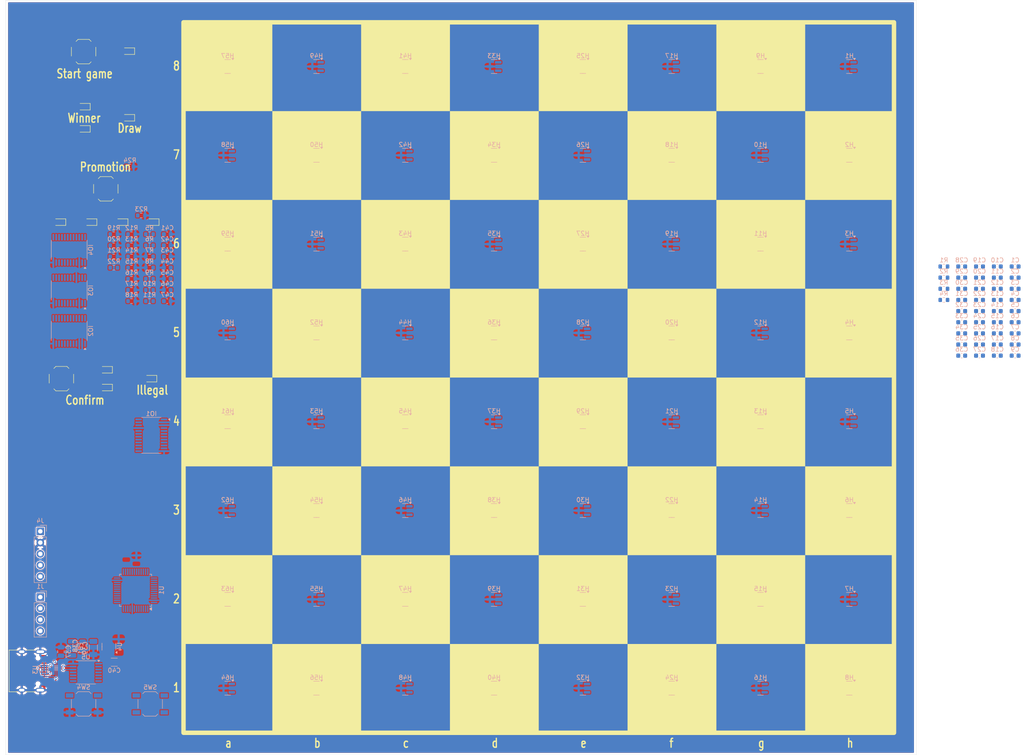
<source format=kicad_pcb>
(kicad_pcb (version 20241229) (generator "pcbnew") (generator_version "9.0")
  (layers (0 "F.Cu" signal) (2 "B.Cu" signal) (13 "F.Paste" user) (15 "B.Paste" user) (5 "F.SilkS" user "F.Silkscreen") (7 "B.SilkS" user "B.Silkscreen") (1 "F.Mask" user) (3 "B.Mask" user) (25 "Edge.Cuts" user))
  (net 0 "")
  (net 1 "GND")
  (net 2 "Net-(U4-VI)")
  (net 3 "Net-(U3-VBUS)")
  (net 4 "/3V3")
  (net 5 "Net-(U1-PB0)")
  (net 6 "Net-(U1-PB1)")
  (net 7 "Net-(U1-PB2)")
  (net 8 "/RST")
  (net 9 "Net-(D1-K)")
  (net 10 "Net-(D1-A)")
  (net 11 "Net-(D2-A)")
  (net 12 "Net-(D2-K)")
  (net 13 "Net-(D3-K)")
  (net 14 "Net-(D3-A)")
  (net 15 "Net-(D4-K)")
  (net 16 "Net-(D4-A)")
  (net 17 "Net-(D5-K)")
  (net 18 "Net-(D5-A)")
  (net 19 "Net-(D6-K)")
  (net 20 "Net-(D6-A)")
  (net 21 "Net-(D7-K)")
  (net 22 "Net-(D7-A)")
  (net 23 "Net-(D9-A)")
  (net 24 "Net-(D9-K)")
  (net 25 "Net-(D10-A)")
  (net 26 "Net-(D10-K)")
  (net 27 "Net-(H1-OUTPUT)")
  (net 28 "Net-(H2-OUTPUT)")
  (net 29 "Net-(H3-OUTPUT)")
  (net 30 "Net-(H4-OUTPUT)")
  (net 31 "Net-(H5-OUTPUT)")
  (net 32 "Net-(H6-OUTPUT)")
  (net 33 "Net-(H7-OUTPUT)")
  (net 34 "Net-(H8-OUTPUT)")
  (net 35 "Net-(H9-OUTPUT)")
  (net 36 "Net-(H10-OUTPUT)")
  (net 37 "Net-(H11-OUTPUT)")
  (net 38 "Net-(H12-OUTPUT)")
  (net 39 "Net-(H13-OUTPUT)")
  (net 40 "Net-(H14-OUTPUT)")
  (net 41 "Net-(H15-OUTPUT)")
  (net 42 "Net-(H16-OUTPUT)")
  (net 43 "Net-(H17-OUTPUT)")
  (net 44 "Net-(H18-OUTPUT)")
  (net 45 "Net-(H19-OUTPUT)")
  (net 46 "Net-(H20-OUTPUT)")
  (net 47 "Net-(H21-OUTPUT)")
  (net 48 "Net-(H22-OUTPUT)")
  (net 49 "Net-(H23-OUTPUT)")
  (net 50 "Net-(H24-OUTPUT)")
  (net 51 "Net-(H25-OUTPUT)")
  (net 52 "Net-(H26-OUTPUT)")
  (net 53 "Net-(H27-OUTPUT)")
  (net 54 "Net-(H28-OUTPUT)")
  (net 55 "Net-(H29-OUTPUT)")
  (net 56 "Net-(H30-OUTPUT)")
  (net 57 "Net-(H31-OUTPUT)")
  (net 58 "Net-(H32-OUTPUT)")
  (net 59 "Net-(H33-OUTPUT)")
  (net 60 "Net-(H34-OUTPUT)")
  (net 61 "Net-(H35-OUTPUT)")
  (net 62 "Net-(H36-OUTPUT)")
  (net 63 "Net-(H37-OUTPUT)")
  (net 64 "Net-(H38-OUTPUT)")
  (net 65 "Net-(H39-OUTPUT)")
  (net 66 "Net-(H40-OUTPUT)")
  (net 67 "Net-(H41-OUTPUT)")
  (net 68 "Net-(H42-OUTPUT)")
  (net 69 "Net-(H43-OUTPUT)")
  (net 70 "Net-(H44-OUTPUT)")
  (net 71 "Net-(H45-OUTPUT)")
  (net 72 "Net-(H46-OUTPUT)")
  (net 73 "Net-(H47-OUTPUT)")
  (net 74 "Net-(H48-OUTPUT)")
  (net 75 "Net-(H49-OUTPUT)")
  (net 76 "Net-(H50-OUTPUT)")
  (net 77 "Net-(H51-OUTPUT)")
  (net 78 "Net-(H52-OUTPUT)")
  (net 79 "Net-(H53-OUTPUT)")
  (net 80 "Net-(H54-OUTPUT)")
  (net 81 "Net-(H55-OUTPUT)")
  (net 82 "Net-(H56-OUTPUT)")
  (net 83 "Net-(H57-OUTPUT)")
  (net 84 "Net-(H58-OUTPUT)")
  (net 85 "Net-(H59-OUTPUT)")
  (net 86 "Net-(H60-OUTPUT)")
  (net 87 "Net-(H61-OUTPUT)")
  (net 88 "Net-(H62-OUTPUT)")
  (net 89 "Net-(H63-OUTPUT)")
  (net 90 "Net-(H64-OUTPUT)")
  (net 91 "/16_HallSwitches/IO1_INT")
  (net 92 "/16_HallSwitches/IO2_INT")
  (net 93 "/16_HallSwitches/IO3_INT")
  (net 94 "/16_HallSwitches/IO4_INT")
  (net 95 "/SPI_MOSI")
  (net 96 "/SPI_SCLK")
  (net 97 "/SPI_MISO")
  (net 98 "/SPI_CS")
  (net 99 "/USB_N")
  (net 101 "Net-(J3-CC1)")
  (net 102 "/USB_P")
  (net 103 "Net-(J3-CC2)")
  (net 105 "/SWDIO")
  (net 106 "/SWCLK")
  (net 107 "/SDA")
  (net 108 "/SCL")
  (net 109 "Net-(R9-Pad1)")
  (net 110 "Net-(R10-Pad1)")
  (net 111 "Net-(R11-Pad1)")
  (net 112 "Net-(U1-BOOT0)")
  (net 113 "Net-(R22-Pad1)")
  (net 115 "Net-(D8-A)")
  (net 119 "/TXRX")
  (net 127 "/RXTX")
  (net 135 "Net-(D8-K)")
  (net 136 "Net-(D11-A)")
  (net 137 "Net-(D11-K)")
  (footprint "Connector_USB:USB_C_Receptacle_HRO_TYPE-C-31-M-12" (layer "F.Cu") (at 79.62 206.07 -90)
    (property "Reference" "J3" (hide yes))
    (property "Value" "USB_C_Receptacle_USB2.0_16P")
  )
  (footprint "LED_SMD:LED_0603_1608Metric" (layer "F.Cu") (at 102.5 66.5 180)
    (property "Reference" "D8" (hide yes))
    (property "Value" "GameRunning")
  )
  (footprint "Button_Switch_SMD:SW_SPST_TL3342" (layer "F.Cu") (at 97.5 97.5)
    (property "Reference" "SW2" (hide yes))
    (property "Value" "SW_Push")
  )
  (footprint "LED_SMD:LED_0603_1608Metric" (layer "F.Cu") (at 92.5 79 180)
    (property "Reference" "D11" (hide yes))
    (property "Value" "BlackWins")
  )
  (footprint "LED_SMD:LED_0603_1608Metric" (layer "F.Cu") (at 108 105 180)
    (property "Reference" "D6" (hide yes))
    (property "Value" "BishopPromotion")
  )
  (footprint "LED_SMD:LED_0603_1608Metric" (layer "F.Cu") (at 97.5 138.25 180)
    (property "Reference" "D2" (hide yes))
    (property "Value" "BlackMove")
  )
  (footprint "Button_Switch_SMD:SW_SPST_TL3342" (layer "F.Cu") (at 92.5 66.6)
    (property "Reference" "SW1" (hide yes))
    (property "Value" "SW_Push")
  )
  (footprint "LED_SMD:LED_0603_1608Metric" (layer "F.Cu") (at 97.5 142.25 180)
    (property "Reference" "D1" (hide yes))
    (property "Value" "WhiteMove")
  )
  (footprint "LED_SMD:LED_0603_1608Metric" (layer "F.Cu") (at 107.5 140.25 180)
    (property "Reference" "D5" (hide yes))
    (property "Value" "IllegalMove")
  )
  (footprint "LED_SMD:LED_0603_1608Metric" (layer "F.Cu") (at 92.5 84 180)
    (property "Reference" "D3" (hide yes))
    (property "Value" "WhiteWins")
  )
  (footprint "LED_SMD:LED_0603_1608Metric" (layer "F.Cu") (at 101 105 180)
    (property "Reference" "D10" (hide yes))
    (property "Value" "RookPromotion")
  )
  (footprint "LED_SMD:LED_0603_1608Metric" (layer "F.Cu") (at 87 105 180)
    (property "Reference" "D9" (hide yes))
    (property "Value" "QueenPromotion")
  )
  (footprint "LED_SMD:LED_0603_1608Metric" (layer "F.Cu") (at 94 105 180)
    (property "Reference" "D7" (hide yes))
    (property "Value" "Knight Promotion")
  )
  (footprint "LED_SMD:LED_0603_1608Metric" (layer "F.Cu") (at 102.5 81.5 180)
    (property "Reference" "D4" (hide yes))
    (property "Value" "Draw")
  )
  (footprint "Button_Switch_SMD:SW_SPST_TL3342" (layer "F.Cu") (at 87.5 140.25)
    (property "Reference" "SW3" (hide yes))
    (property "Value" "SW_Push")
  )
  (footprint "Capacitor_SMD:C_0805_2012Metric" (layer "B.Cu") (at 92.3 200.4 -90)
    (property "Reference" "C38")
    (property "Value" "1u")
  )
  (footprint "Resistor_SMD:R_0603_1608Metric" (layer "B.Cu") (at 103.321428 122.79 180)
    (property "Reference" "R18")
    (property "Value" "1k")
  )
  (footprint "Package_TO_SOT_SMD:SOT-23" (layer "B.Cu") (at 144.9375 89.95 180)
    (property "Reference" "H50")
    (property "Value" "SM351LT")
  )
  (footprint "Capacitor_SMD:C_0603_1608Metric" (layer "B.Cu") (at 294.259048 127.54 180)
    (property "Reference" "C24")
    (property "Value" "100n")
  )
  (footprint "Capacitor_SMD:C_0603_1608Metric" (layer "B.Cu") (at 290.249048 135.07 180)
    (property "Reference" "C36")
    (property "Value" "100n")
  )
  (footprint "Package_TO_SOT_SMD:SOT-23" (layer "B.Cu") (at 224.9375 109.95 180)
    (property "Reference" "H19")
    (property "Value" "SM351LT")
  )
  (footprint "Package_TO_SOT_SMD:SOT-23" (layer "B.Cu") (at 244.9375 69.95 180)
    (property "Reference" "H9")
    (property "Value" "SM351LT")
  )
  (footprint "Capacitor_SMD:C_0603_1608Metric" (layer "B.Cu") (at 294.259048 122.52 180)
    (property "Reference" "C22")
    (property "Value" "100n")
  )
  (footprint "Capacitor_SMD:C_0603_1608Metric" (layer "B.Cu") (at 111.341428 115.26 180)
    (property "Reference" "C44")
    (property "Value" "100n")
  )
  (footprint "Package_TO_SOT_SMD:SOT-23" (layer "B.Cu") (at 264.9375 189.95 180)
    (property "Reference" "H7")
    (property "Value" "SM351LT")
  )
  (footprint "Package_TO_SOT_SMD:SOT-23" (layer "B.Cu") (at 244.9375 129.95 180)
    (property "Reference" "H12")
    (property "Value" "SM351LT")
  )
  (footprint "Package_SO:TSSOP-24_4.4x7.8mm_P0.65mm" (layer "B.Cu") (at 89.25 111.25 90)
    (property "Reference" "IO4")
    (property "Value" "TCA9535PWR")
  )
  (footprint "Resistor_SMD:R_0603_1608Metric" (layer "B.Cu") (at 286.239048 114.99 180)
    (property "Reference" "R1")
    (property "Value" "10k")
  )
  (footprint "Package_TO_SOT_SMD:SOT-23" (layer "B.Cu") (at 144.9375 189.95 180)
    (property "Reference" "H55")
    (property "Value" "SM351LT")
  )
  (footprint "Package_TO_SOT_SMD:SOT-23" (layer "B.Cu") (at 164.9375 209.95 180)
    (property "Reference" "H48")
    (property "Value" "SM351LT")
  )
  (footprint "Package_TO_SOT_SMD:SOT-23" (layer "B.Cu") (at 164.9375 69.95 180)
    (property "Reference" "H41")
    (property "Value" "SM351LT")
  )
  (footprint "Package_TO_SOT_SMD:SOT-23" (layer "B.Cu") (at 264.9375 129.95 180)
    (property "Reference" "H4")
    (property "Value" "SM351LT")
  )
  (footprint "Resistor_SMD:R_0603_1608Metric" (layer "B.Cu") (at 103.321428 115.26 180)
    (property "Reference" "R15")
    (property "Value" "1k")
  )
  (footprint "Capacitor_SMD:C_0603_1608Metric" (layer "B.Cu") (at 111.341428 107.73 180)
    (property "Reference" "C41")
    (property "Value" "100n")
  )
  (footprint "Package_TO_SOT_SMD:SOT-23" (layer "B.Cu") (at 244.9375 189.95 180)
    (property "Reference" "H15")
    (property "Value" "SM351LT")
  )
  (footprint "Package_TO_SOT_SMD:SOT-23" (layer "B.Cu") (at 244.9375 169.95 180)
    (property "Reference" "H14")
    (property "Value" "SM351LT")
  )
  (footprint "Capacitor_SMD:C_0603_1608Metric" (layer "B.Cu") (at 298.269048 127.54 180)
    (property "Reference" "C15")
    (property "Value" "100n")
  )
  (footprint "Resistor_SMD:R_0603_1608Metric" (layer "B.Cu") (at 107.331428 112.75 180)
    (property "Reference" "R7")
    (property "Value" "5.1k")
  )
  (footprint "Resistor_SMD:R_0603_1608Metric" (layer "B.Cu") (at 103.321428 120.28 180)
    (property "Reference" "R17")
    (property "Value" "1k")
  )
  (footprint "Package_TO_SOT_SMD:SOT-23" (layer "B.Cu") (at 204.9375 109.95 180)
    (property "Reference" "H27")
    (property "Value" "SM351LT")
  )
  (footprint "Capacitor_SMD:C_0603_1608Metric" (layer "B.Cu") (at 111.341428 120.28 180)
    (property "Reference" "C46")
    (property "Value" "100n")
  )
  (footprint "Capacitor_SMD:C_0603_1608Metric" (layer "B.Cu") (at 298.269048 114.99 180)
    (property "Reference" "C10")
    (property "Value" "100n")
  )
  (footprint "Package_TO_SOT_SMD:SOT-23" (layer "B.Cu") (at 204.9375 189.95 180)
    (property "Reference" "H31")
    (property "Value" "SM351LT")
  )
  (footprint "Package_TO_SOT_SMD:SOT-23" (layer "B.Cu") (at 184.9375 169.95 180)
    (property "Reference" "H38")
    (property "Value" "SM351LT")
  )
  (footprint "Package_TO_SOT_SMD:SOT-23" (layer "B.Cu") (at 124.9375 89.95 180)
    (property "Reference" "H58")
    (property "Value" "SM351LT")
  )
  (footprint "Package_TO_SOT_SMD:SOT-23" (layer "B.Cu") (at 144.9375 109.95 180)
    (property "Reference" "H51")
    (property "Value" "SM351LT")
  )
  (footprint "Package_TO_SOT_SMD:SOT-23" (layer "B.Cu") (at 244.9375 209.95 180)
    (property "Reference" "H16")
    (property "Value" "SM351LT")
  )
  (footprint "Package_TO_SOT_SMD:SOT-23" (layer "B.Cu") (at 224.9375 169.95 180)
    (property "Reference" "H22")
    (property "Value" "SM351LT")
  )
  (footprint "Resistor_SMD:R_0603_1608Metric" (layer "B.Cu") (at 99.311428 112.75 180)
    (property "Reference" "R21")
    (property "Value" "1k")
  )
  (footprint "Capacitor_SMD:C_0603_1608Metric" (layer "B.Cu") (at 111.341428 117.77 180)
    (property "Reference" "C45")
    (property "Value" "100n")
  )
  (footprint "Resistor_SMD:R_0603_1608Metric" (layer "B.Cu") (at 107.331428 107.73 180)
    (property "Reference" "R5")
    (property "Value" "10k")
  )
  (footprint "Capacitor_SMD:C_1206_3216Metric" (layer "B.Cu") (at 94.7 200.9 -90)
    (property "Reference" "C39")
    (property "Value" "10u")
  )
  (footprint "Package_TO_SOT_SMD:SOT-23" (layer "B.Cu") (at 184.9375 149.95 180)
    (property "Reference" "H37")
    (property "Value" "SM351LT")
  )
  (footprint "Package_TO_SOT_SMD:SOT-666" (layer "B.Cu") (at 83.6 205.8 -90)
    (property "Reference" "U3")
    (property "Value" "USBLC6-2P6")
  )
  (footprint "Capacitor_SMD:C_0603_1608Metric" (layer "B.Cu") (at 298.269048 122.52 180)
    (property "Reference" "C13")
    (property "Value" "100n")
  )
  (footprint "Capacitor_SMD:C_0603_1608Metric" (layer "B.Cu") (at 302.279048 114.99 180)
    (property "Reference" "C1")
    (property "Value" "100n")
  )
  (footprint "Capacitor_SMD:C_0603_1608Metric" (layer "B.Cu") (at 294.259048 135.07 180)
    (property "Reference" "C27")
    (property "Value" "100n")
  )
  (footprint "Package_TO_SOT_SMD:SOT-23" (layer "B.Cu") (at 224.9375 189.95 180)
    (property "Reference" "H23")
    (property "Value" "SM351LT")
  )
  (footprint "Package_TO_SOT_SMD:SOT-23" (layer "B.Cu") (at 124.9375 109.95 180)
    (property "Reference" "H59")
    (property "Value" "SM351LT")
  )
  (footprint "Capacitor_SMD:C_0603_1608Metric" (layer "B.Cu") (at 302.279048 132.56 180)
    (property "Reference" "C8")
    (property "Value" "100n")
  )
  (footprint "Resistor_SMD:R_0603_1608Metric" (layer "B.Cu") (at 102.925 92.5 180)
    (property "Reference" "R24")
    (property "Value" "1k")
  )
  (footprint "Package_TO_SOT_SMD:SOT-23" (layer "B.Cu") (at 244.9375 149.95 180)
    (property "Reference" "H13")
    (property "Value" "SM351LT")
  )
  (footprint "Package_TO_SOT_SMD:SOT-23" (layer "B.Cu") (at 124.9375 189.95 180)
    (property "Reference" "H63")
    (property "Value" "SM351LT")
  )
  (footprint "Resistor_SMD:R_0603_1608Metric" (layer "B.Cu") (at 105.5 103.5 180)
    (property "Reference" "R23")
    (property "Value" "1k")
  )
  (footprint "Capacitor_SMD:C_0603_1608Metric" (layer "B.Cu") (at 298.269048 135.07 180)
    (property "Reference" "C18")
    (property "Value" "100n")
  )
  (footprint "Capacitor_SMD:C_0603_1608Metric" (layer "B.Cu") (at 302.279048 122.52 180)
    (property "Reference" "C4")
    (property "Value" "100n")
  )
  (footprint "Package_TO_SOT_SMD:SOT-23" (layer "B.Cu") (at 204.9375 89.95 180)
    (property "Reference" "H26")
    (property "Value" "SM351LT")
  )
  (footprint "Capacitor_SMD:C_0603_1608Metric" (layer "B.Cu") (at 290.249048 130.05 180)
    (property "Reference" "C34")
    (property "Value" "100n")
  )
  (footprint "Capacitor_SMD:C_0603_1608Metric" (layer "B.Cu") (at 302.279048 127.54 180)
    (property "Reference" "C6")
    (property "Value" "100n")
  )
  (footprint "Resistor_SMD:R_0603_1608Metric" (layer "B.Cu") (at 99.311428 115.26 180)
    (property "Reference" "R22")
    (property "Value" "1k")
  )
  (footprint "Capacitor_SMD:C_0603_1608Metric" (layer "B.Cu") (at 294.259048 130.05 180)
    (property "Reference" "C25")
    (property "Value" "100n")
  )
  (footprint "Package_TO_SOT_SMD:SOT-23" (layer "B.Cu") (at 204.9375 209.95 180)
    (property "Reference" "H32")
    (property "Value" "SM351LT")
  )
  (footprint "Capacitor_SMD:C_0603_1608Metric" (layer "B.Cu") (at 290.249048 117.5 180)
    (property "Reference" "C29")
    (property "Value" "100n")
  )
  (footprint "Package_TO_SOT_SMD:SOT-23" (layer "B.Cu") (at 224.9375 69.95 180)
    (property "Reference" "H17")
    (property "Value" "SM351LT")
  )
  (footprint "Capacitor_SMD:C_0603_1608Metric" (layer "B.Cu") (at 302.279048 120.01 180)
    (property "Reference" "C3")
    (property "Value" "100n")
  )
  (footprint "Package_TO_SOT_SMD:SOT-23" (layer "B.Cu") (at 244.9375 109.95 180)
    (property "Reference" "H11")
    (property "Value" "SM351LT")
  )
  (footprint "Package_TO_SOT_SMD:SOT-23" (layer "B.Cu") (at 264.9375 209.95 180)
    (property "Reference" "H8")
    (property "Value" "SM351LT")
  )
  (footprint "Connector_PinHeader_2.54mm:PinHeader_1x05_P2.54mm_Vertical" (layer "B.Cu") (at 82.75 174.63 180)
    (property "Reference" "J4")
    (property "Value" "Conn_01x05_Pin")
  )
  (footprint "Package_TO_SOT_SMD:SOT-23" (layer "B.Cu") (at 124.9375 69.95 180)
    (property "Reference" "H57")
    (property "Value" "SM351LT")
  )
  (footprint "Package_TO_SOT_SMD:SOT-23" (layer "B.Cu") (at 164.9375 109.95 180)
    (property "Reference" "H43")
    (property "Value" "SM351LT")
  )
  (footprint "Package_TO_SOT_SMD:SOT-23" (layer "B.Cu") (at 224.9375 149.95 180)
    (property "Reference" "H21")
    (property "Value" "SM351LT")
  )
  (footprint "Resistor_SMD:R_0603_1608Metric" (layer "B.Cu") (at 107.331428 120.28 180)
    (property "Reference" "R10")
    (property "Value" "3.3k")
  )
  (footprint "Package_TO_SOT_SMD:SOT-23" (layer "B.Cu") (at 264.9375 169.95 180)
    (property "Reference" "H6")
    (property "Value" "SM351LT")
  )
  (footprint "Capacitor_SMD:C_0603_1608Metric" (layer "B.Cu") (at 298.269048 125.03 180)
    (property "Reference" "C14")
    (property "Value" "100n")
  )
  (footprint "Package_SO:TSSOP-24_4.4x7.8mm_P0.65mm" (layer "B.Cu") (at 89.25 120.375 90)
    (property "Reference" "IO3")
    (property "Value" "TCA9535PWR")
  )
  (footprint "Package_TO_SOT_SMD:SOT-23" (layer "B.Cu") (at 124.9375 129.95 180)
    (property "Reference" "H60")
    (property "Value" "SM351LT")
  )
  (footprint "Resistor_SMD:R_0603_1608Metric" (layer "B.Cu") (at 107.331428 115.26 180)
    (property "Reference" "R8")
    (property "Value" "5.1k")
  )
  (footprint "Package_QFP:LQFP-48_7x7mm_P0.5mm" (layer "B.Cu") (at 104.2 187.9 90)
    (property "Reference" "U1")
    (property "Value" "STM32F030C6Tx")
  )
  (footprint "Capacitor_SMD:C_0603_1608Metric" (layer "B.Cu") (at 298.269048 120.01 180)
    (property "Reference" "C12")
    (property "Value" "100n")
  )
  (footprint "Package_TO_SOT_SMD:SOT-23" (layer "B.Cu") (at 204.9375 129.95 180)
    (property "Reference" "H28")
    (property "Value" "SM351LT")
  )
  (footprint "Capacitor_SMD:C_1206_3216Metric" (layer "B.Cu") (at 99.4 204.1)
    (property "Reference" "C40")
    (property "Value" "10u")
  )
  (footprint "Resistor_SMD:R_0603_1608Metric" (layer "B.Cu") (at 103.321428 112.75 180)
    (property "Reference" "R14")
    (property "Value" "10k")
  )
  (footprint "Package_TO_SOT_SMD:SOT-23" (layer "B.Cu") (at 144.9375 129.95 180)
    (property "Reference" "H52")
    (property "Value" "SM351LT")
  )
  (footprint "Resistor_SMD:R_0603_1608Metric" (layer "B.Cu") (at 107.331428 117.77 180)
    (property "Reference" "R9")
    (property "Value" "3.3k")
  )
  (footprint "Package_TO_SOT_SMD:SOT-23" (layer "B.Cu") (at 144.9375 169.95 180)
    (property "Reference" "H54")
    (property "Value" "SM351LT")
  )
  (footprint "Resistor_SMD:R_0603_1608Metric" (layer "B.Cu") (at 103.321428 107.73 180)
    (property "Reference" "R12")
    (property "Value" "1k")
  )
  (footprint "Package_TO_SOT_SMD:SOT-23" (layer "B.Cu") (at 164.9375 189.95 180)
    (property "Reference" "H47")
    (property "Value" "SM351LT")
  )
  (footprint "Package_TO_SOT_SMD:SOT-23" (layer "B.Cu") (at 144.9375 149.95 180)
    (property "Reference" "H53")
    (property "Value" "SM351LT")
  )
  (footprint "Capacitor_SMD:C_0603_1608Metric" (layer "B.Cu") (at 111.341428 110.24 180)
    (property "Reference" "C42")
    (property "Value" "100n")
  )
  (footprint "Package_TO_SOT_SMD:SOT-23" (layer "B.Cu") (at 164.9375 149.95 180)
    (property "Reference" "H45")
    (property "Value" "SM351LT")
  )
  (footprint "Resistor_SMD:R_0603_1608Metric" (layer "B.Cu") (at 103.321428 117.77 180)
    (property "Reference" "R16")
    (property "Value" "1k")
  )
  (footprint "Capacitor_SMD:C_0603_1608Metric" (layer "B.Cu") (at 302.279048 125.03 180)
    (property "Reference" "C5")
    (property "Value" "100n")
  )
  (footprint "Capacitor_SMD:C_0603_1608Metric" (layer "B.Cu") (at 111.341428 112.75 180)
    (property "Reference" "C43")
    (property "Value" "100n")
  )
  (footprint "Package_TO_SOT_SMD:SOT-23" (layer "B.Cu") (at 164.9375 169.95 180)
    (property "Reference" "H46")
    (property "Value" "SM351LT")
  )
  (footprint "Package_TO_SOT_SMD:SOT-23" (layer "B.Cu") (at 164.9375 89.95 180)
    (property "Reference" "H42")
    (property "Value" "SM351LT")
  )
  (footprint "Capacitor_SMD:C_0603_1608Metric" (layer "B.Cu") (at 294.259048 125.03 180)
    (property "Reference" "C23")
    (property "Value" "100n")
  )
  (footprint "Capacitor_SMD:C_0603_1608Metric" (layer "B.Cu") (at 298.269048 130.05 180)
    (property "Reference" "C16")
    (property "Value" "100n")
  )
  (footprint "Package_SO:TSSOP-14_4.4x5mm_P0.65mm" (layer "B.Cu") (at 93 206.4 180)
    (property "Reference" "U5")
    (property "Value" "MCP2221AxST")
  )
  (footprint "Capacitor_SMD:C_0603_1608Metric" (layer "B.Cu") (at 111.341428 122.79 180)
    (property "Reference" "C47")
    (property "Value" "100n")
  )
  (footprint "Package_TO_SOT_SMD:SOT-23" (layer "B.Cu") (at 264.9375 109.95 180)
    (property "Reference" "H3")
    (property "Value" "SM351LT")
  )
  (footprint "Capacitor_SMD:C_0603_1608Metric" (layer "B.Cu") (at 298.269048 117.5 180)
    (property "Reference" "C11")
    (property "Value" "100n")
  )
  (footprint "Button_Switch_SMD:SW_SPST_TL3342" (layer "B.Cu") (at 92.5 213.5 180)
    (property "Reference" "SW4")
    (property "Value" "SW_Push")
  )
  (footprint "Resistor_SMD:R_0603_1608Metric" (layer "B.Cu") (at 286.239048 120.01 180)
    (property "Reference" "R3")
    (property "Value" "10k")
  )
  (footprint "Package_SO:TSSOP-24_4.4x7.8mm_P0.65mm" (layer "B.Cu") (at 89.25 129.5 90)
    (property "Reference" "IO2")
    (property "Value" "TCA9535PWR")
  )
  (footprint "Package_TO_SOT_SMD:SOT-23" (layer "B.Cu") (at 224.9375 89.95 180)
    (property "Reference" "H18")
    (property "Value" "SM351LT")
  )
  (footprint "Inductor_SMD:L_1206_3216Metric" (layer "B.Cu") (at 89.9 201 90)
    (property "Reference" "FB1")
    (property "Value" "100R")
  )
  (footprint "Package_TO_SOT_SMD:SOT-23" (layer "B.Cu") (at 204.9375 69.95 180)
    (property "Reference" "H25")
    (property "Value" "SM351LT")
  )
  (footprint "Package_TO_SOT_SMD:SOT-23" (layer "B.Cu") (at 244.9375 89.95 180)
    (property "Reference" "H10")
    (property "Value" "SM351LT")
  )
  (footprint "Resistor_SMD:R_0603_1608Metric" (layer "B.Cu") (at 107.331428 110.24 180)
    (property "Reference" "R6")
    (property "Value" "10k")
  )
  (footprint "Capacitor_SMD:C_0603_1608Metric" (layer "B.Cu") (at 290.249048 132.56 180)
    (property "Reference" "C35")
    (property "Value" "100n")
  )
  (footprint "Capacitor_SMD:C_0603_1608Metric" (layer "B.Cu") (at 290.249048 120.01 180)
    (property "Reference" "C30")
    (property "Value" "100n")
  )
  (footprint "Package_TO_SOT_SMD:SOT-23" (layer "B.Cu") (at 184.9375 89.95 180)
    (property "Reference" "H34")
    (property "Value" "SM351LT")
  )
  (footprint "Resistor_SMD:R_0603_1608Metric" (layer "B.Cu") (at 99.311428 110.24 180)
    (property "Reference" "R20")
    (property "Value" "1k")
  )
  (footprint "Capacitor_SMD:C_0603_1608Metric" (layer "B.Cu") (at 294.259048 117.5 180)
    (property "Reference" "C20")
    (property "Value" "100n")
  )
  (footprint "Package_TO_SOT_SMD:SOT-23" (layer "B.Cu") (at 144.9375 69.95 180)
    (property "Reference" "H49")
    (property "Value" "SM351LT")
  )
  (footprint "Capacitor_SMD:C_0603_1608Metric" (layer "B.Cu") (at 294.259048 132.56 180)
    (property "Reference" "C26")
    (property "Value" "100n")
  )
  (footprint "Package_TO_SOT_SMD:SOT-23" (layer "B.Cu") (at 184.9375 109.95 180)
    (property "Reference" "H35")
    (property "Value" "SM351LT")
  )
  (footprint "Package_TO_SOT_SMD:SOT-23" (layer "B.Cu") (at 264.9375 89.95 180)
    (property "Reference" "H2")
    (property "Value" "SM351LT")
  )
  (footprint "Capacitor_SMD:C_0603_1608Metric" (layer "B.Cu") (at 298.269048 132.56 180)
    (property "Reference" "C17")
    (property "Value" "100n")
  )
  (footprint "Package_TO_SOT_SMD:SOT-23" (layer "B.Cu") (at 204.9375 149.95 180)
    (property "Reference" "H29")
    (property "Value" "SM351LT")
  )
  (footprint "Package_TO_SOT_SMD:SOT-23" (layer "B.Cu") (at 184.9375 69.95 180)
    (property "Reference" "H33")
    (property "Value" "SM351LT")
  )
  (footprint "Package_TO_SOT_SMD:SOT-23" (layer "B.Cu") (at 144.9375 209.95 180)
    (property "Reference" "H56")
    (property "Value" "SM351LT")
  )
  (footprint "Package_SO:TSSOP-24_4.4x7.8mm_P0.65mm" (layer "B.Cu") (at 107.75 153 180)
    (property "Reference" "IO1")
    (property "Value" "TCA9535PWR")
  )
  (footprint "Button_Switch_SMD:SW_SPST_TL3342" (layer "B.Cu") (at 107.5 213.5 180)
    (property "Reference" "SW5")
    (property "Value" "SW_Push")
  )
  (footprint "Package_TO_SOT_SMD:SOT-23" (layer "B.Cu") (at 224.9375 129.95 180)
    (property "Reference" "H20")
    (property "Value" "SM351LT")
  )
  (footprint "Package_TO_SOT_SMD:SOT-23-3" (layer "B.Cu") (at 98.2 200.6 90)
    (property "Reference" "U4")
    (property "Value" "XC6206PxxxMR")
  )
  (footprint "Resistor_SMD:R_0603_1608Metric" (layer "B.Cu") (at 107.331428 122.79 180)
    (property "Reference" "R11")
    (property "Value" "3.3k")
  )
  (footprint "Package_TO_SOT_SMD:SOT-23" (layer "B.Cu") (at 184.9375 209.95 180)
    (property "Reference" "H40")
    (property "Value" "SM351LT")
  )
  (footprint "Package_TO_SOT_SMD:SOT-23" (layer "B.Cu") (at 184.9375 129.95 180)
    (property "Reference" "H36")
    (property "Value" "SM351LT")
  )
  (footprint "Package_TO_SOT_SMD:SOT-23" (layer "B.Cu") (at 264.9375 149.95 180)
    (property "Reference" "H5")
    (property "Value" "SM351LT")
  )
  (footprint "Package_TO_SOT_SMD:SOT-23" (layer "B.Cu") (at 184.9375 189.95 180)
    (property "Reference" "H39")
    (property "Value" "SM351LT")
  )
  (footprint "Capacitor_SMD:C_0603_1608Metric" (layer "B.Cu") (at 290.249048 127.54 180)
    (property "Reference" "C33")
    (property "Value" "100n")
  )
  (footprint "Resistor_SMD:R_0603_1608Metric" (layer "B.Cu") (at 99.311428 107.73 180)
    (property "Reference" "R19")
    (property "Value" "1k")
  )
  (footprint "Capacitor_SMD:C_0603_1608Metric" (layer "B.Cu") (at 294.259048 120.01 180)
    (property "Reference" "C21")
    (property "Value" "100n")
  )
  (footprint "Resistor_SMD:R_0603_1608Metric" (layer "B.Cu") (at 286.239048 117.5 180)
    (property "Reference" "R2")
    (property "Value" "10k")
  )
  (footprint "Capacitor_SMD:C_0603_1608Metric" (layer "B.Cu") (at 302.279048 117.5 180)
    (property "Reference" "C2")
    (property "Value" "100n")
  )
  (footprint "Connector_PinHeader_2.54mm:PinHeader_1x04_P2.54mm_Vertical" (layer "B.Cu") (at 82.75 189.44 180)
    (property "Reference" "J1")
    (property "Value" "Conn_01x04_Pin")
  )
  (footprint "Capacitor_SMD:C_0805_2012Metric" (layer "B.Cu") (at 87.4 201.7 90)
    (property "Reference" "C37")
    (property "Value" "1u")
  )
  (footprint "Package_TO_SOT_SMD:SOT-23" (layer "B.Cu") (at 224.9375 209.95 180)
    (property "Reference" "H24")
    (property "Value" "SM351LT")
  )
  (footprint "Capacitor_SMD:C_0603_1608Metric" (layer "B.Cu") (at 302.279048 135.07 180)
    (property "Reference" "C9")
    (property "Value" "100n")
  )
  (footprint "Resistor_SMD:R_0603_1608Metric" (layer "B.Cu") (at 103.321428 110.24 180)
    (property "Reference" "R13")
    (property "Value" "1k")
  )
  (footprint "Package_TO_SOT_SMD:SOT-23" (layer "B.Cu") (at 164.9375 129.95 180)
    (property "Reference" "H44")
    (property "Value" "SM351LT")
  )
  (footprint "Capacitor_SMD:C_0603_1608Metric" (layer "B.Cu") (at 290.249048 122.52 180)
    (property "Reference" "C31")
    (property "Value" "100n")
  )
  (footprint "Capacitor_SMD:C_0603_1608Metric" (layer "B.Cu") (at 290.249048 125.03 180)
    (property "Reference" "C32")
    (property "Value" "100n")
  )
  (footprint "Package_TO_SOT_SMD:SOT-23" (layer "B.Cu") (at 264.9375 69.95 180)
    (property "Reference" "H1")
    (property "Value" "SM351LT")
  )
  (footprint "Package_TO_SOT_SMD:SOT-23" (layer "B.Cu") (at 124.9375 149.95 180)
    (property "Reference" "H61")
    (property "Value" "SM351LT")
  )
  (footprint "Package_TO_SOT_SMD:SOT-23" (layer "B.Cu") (at 204.9375 169.95 180)
    (property "Reference" "H30")
    (property "Value" "SM351LT")
  )
  (footprint "Capacitor_SMD:C_0603_1608Metric" (layer "B.Cu") (at 302.279048 130.05 180)
    (property "Reference" "C7")
    (property "Value" "100n")
  )
  (footprint "Capacitor_SMD:C_0603_1608Metric" (layer "B.Cu") (at 294.259048 114.99 180)
    (property "Reference" "C19")
    (property "Value" "100n")
  )
  (footprint "Package_TO_SOT_SMD:SOT-23" (layer "B.Cu") (at 124.9375 169.95 180)
    (property "Reference" "H62")
    (property "Value" "SM351LT")
  )
  (footprint "Package_TO_SOT_SMD:SOT-23" (layer "B.Cu") (at 124.9375 209.95 180)
    (property "Reference" "H64")
    (property "Value" "SM351LT")
  )
  (footprint "Capacitor_SMD:C_0603_1608Metric" (layer "B.Cu") (at 290.249048 114.99 180)
    (property "Reference" "C28")
    (property "Value" "100n")
  )
  (footprint "Resistor_SMD:R_0603_1608Metric" (layer "B.Cu") (at 286.239048 122.52 180)
    (property "Reference" "R4")
    (property "Value" "10k")
  )
  (gr_rect (start 115 140) (end 135 160) (fill yes) (layer "F.SilkS"))
  (gr_rect (start 115 100) (end 135 120) (fill yes) (layer "F.SilkS"))
  (gr_rect (start 115 60) (end 275 220) (stroke (width 1)) (fill no) (layer "F.SilkS"))
  (gr_rect (start 135 80) (end 155 100) (fill yes) (layer "F.SilkS"))
  (gr_rect (start 235 140) (end 255 160) (fill yes) (layer "F.SilkS"))
  (gr_rect (start 195 140) (end 215 160) (fill yes) (layer "F.SilkS"))
  (gr_rect (start 175 200) (end 195 220) (fill yes) (layer "F.SilkS"))
  (gr_rect (start 155 140) (end 175 160) (fill yes) (layer "F.SilkS"))
  (gr_rect (start 115 180) (end 135 200) (fill yes) (layer "F.SilkS"))
  (gr_rect (start 155 60) (end 175 80) (fill yes) (layer "F.SilkS"))
  (gr_rect (start 175 120) (end 195 140) (fill yes) (layer "F.SilkS"))
  (gr_rect (start 215 120) (end 235 140) (fill yes) (layer "F.SilkS"))
  (gr_rect (start 135 160) (end 155 180) (fill yes) (layer "F.SilkS"))
  (gr_rect (start 235 180) (end 255 200) (fill yes) (layer "F.SilkS"))
  (gr_rect (start 195 100) (end 215 120) (fill yes) (layer "F.SilkS"))
  (gr_rect (start 195 60) (end 215 80) (fill yes) (layer "F.SilkS"))
  (gr_rect (start 175 160) (end 195 180) (fill yes) (layer "F.SilkS"))
  (gr_rect (start 215 160) (end 235 180) (fill yes) (layer "F.SilkS"))
  (gr_rect (start 255 120) (end 275 140) (fill yes) (layer "F.SilkS"))
  (gr_rect (start 135 200) (end 155 220) (fill yes) (layer "F.SilkS"))
  (gr_rect (start 155 180) (end 175 200) (fill yes) (layer "F.SilkS"))
  (gr_rect (start 235 60) (end 255 80) (fill yes) (layer "F.SilkS"))
  (gr_rect (start 195 180) (end 215 200) (fill yes) (layer "F.SilkS"))
  (gr_rect (start 255 160) (end 275 180) (fill yes) (layer "F.SilkS"))
  (gr_rect (start 135 120) (end 155 140) (fill yes) (layer "F.SilkS"))
  (gr_rect (start 155 100) (end 175 120) (fill yes) (layer "F.SilkS"))
  (gr_rect (start 175 80) (end 195 100) (fill yes) (layer "F.SilkS"))
  (gr_rect (start 215 200) (end 235 220) (fill yes) (layer "F.SilkS"))
  (gr_rect (start 255 200) (end 275 220) (fill yes) (layer "F.SilkS"))
  (gr_rect (start 235 100) (end 255 120) (fill yes) (layer "F.SilkS"))
  (gr_rect (start 115 60) (end 135 80) (fill yes) (layer "F.SilkS"))
  (gr_rect (start 215 80) (end 235 100) (fill yes) (layer "F.SilkS"))
  (gr_rect (start 255 80) (end 275 100) (fill yes) (layer "F.SilkS"))
  (gr_rect (start 75 55) (end 280 225) (stroke (width 0.05)) (fill no) (layer "Edge.Cuts"))
  (gr_text "4" (at 112.5 151 0) (layer "F.SilkS") (effects (font (size 2 1.5) (thickness 0.3)) (justify left bottom)))
  (gr_text "e" (at 204.25 223.5 0) (layer "F.SilkS") (effects (font (size 2 1.5) (thickness 0.3)) (justify left bottom)))
  (gr_text "Start game" (at 86.25 72.75 0) (layer "F.SilkS") (effects (font (size 2 1.5) (thickness 0.3)) (justify left bottom)))
  (gr_text "f" (at 224.25 223.5 0) (layer "F.SilkS") (effects (font (size 2 1.5) (thickness 0.3)) (justify left bottom)))
  (gr_text "1" (at 112.5 211 0) (layer "F.SilkS") (effects (font (size 2 1.5) (thickness 0.3)) (justify left bottom)))
  (gr_text "7" (at 112.5 91 0) (layer "F.SilkS") (effects (font (size 2 1.5) (thickness 0.3)) (justify left bottom)))
  (gr_text "b" (at 144.25 223.5 0) (layer "F.SilkS") (effects (font (size 2 1.5) (thickness 0.3)) (justify left bottom)))
  (gr_text "c" (at 164.25 223.5 0) (layer "F.SilkS") (effects (font (size 2 1.5) (thickness 0.3)) (justify left bottom)))
  (gr_text "5" (at 112.5 131 0) (layer "F.SilkS") (effects (font (size 2 1.5) (thickness 0.3)) (justify left bottom)))
  (gr_text "Illegal" (at 104.25 144 0) (layer "F.SilkS") (effects (font (size 2 1.5) (thickness 0.3)) (justify left bottom)))
  (gr_text "Draw" (at 100 85 0) (layer "F.SilkS") (effects (font (size 2 1.5) (thickness 0.3)) (justify left bottom)))
  (gr_text "Promotion" (at 91.5 93.75 0) (layer "F.SilkS") (effects (font (size 2 1.5) (thickness 0.3)) (justify left bottom)))
  (gr_text "Confirm" (at 88.25 146.25 0) (layer "F.SilkS") (effects (font (size 2 1.5) (thickness 0.3)) (justify left bottom)))
  (gr_text "3" (at 112.5 171 0) (layer "F.SilkS") (effects (font (size 2 1.5) (thickness 0.3)) (justify left bottom)))
  (gr_text "h" (at 264.25 223.5 0) (layer "F.SilkS") (effects (font (size 2 1.5) (thickness 0.3)) (justify left bottom)))
  (gr_text "2" (at 112.5 191 0) (layer "F.SilkS") (effects (font (size 2 1.5) (thickness 0.3)) (justify left bottom)))
  (gr_text "a" (at 124.25 223.5 0) (layer "F.SilkS") (effects (font (size 2 1.5) (thickness 0.3)) (justify left bottom)))
  (gr_text "g" (at 244.25 223.5 0) (layer "F.SilkS") (effects (font (size 2 1.5) (thickness 0.3)) (justify left bottom)))
  (gr_text "d" (at 184.25 223.5 0) (layer "F.SilkS") (effects (font (size 2 1.5) (thickness 0.3)) (justify left bottom)))
  (gr_text "8" (at 112.5 71 0) (layer "F.SilkS") (effects (font (size 2 1.5) (thickness 0.3)) (justify left bottom)))
  (gr_text "6" (at 112.5 111 0) (layer "F.SilkS") (effects (font (size 2 1.5) (thickness 0.3)) (justify left bottom)))
  (gr_text "Winner" (at 88.75 82.75 0) (layer "F.SilkS") (effects (font (size 2 1.5) (thickness 0.3)) (justify left bottom)))
  (via (at 84.3 202.6) (size 0.6) (drill 0.3) (layers "F.Cu" "B.Cu") (net 1))
  (segment (start 83.6 204.875) (end 83.6 203.3) (width 0.2) (layer "B.Cu") (net 1))
  (segment (start 83.6 203.3) (end 84.3 202.6) (width 0.2) (layer "B.Cu") (net 1))
  (segment (start 92.45 199.45) (end 92.475 199.425) (width 0.2) (layer "B.Cu") (net 2))
  (segment (start 92.275 199.425) (end 92.3 199.45) (width 0.2) (layer "B.Cu") (net 2))
  (segment (start 92.475 199.425) (end 94.7 199.425) (width 0.2) (layer "B.Cu") (net 2))
  (segment (start 89.9 199.425) (end 92.275 199.425) (width 0.2) (layer "B.Cu") (net 2))
  (segment (start 92.3 199.45) (end 92.45 199.45) (width 0.2) (layer "B.Cu") (net 2))
  (segment (start 83.745 208.6) (end 83.665 208.52) (width 0.2) (layer "F.Cu") (net 3))
  (segment (start 85.62 203.62) (end 86 204) (width 0.2) (layer "F.Cu") (net 3))
  (segment (start 85.8 208.6) (end 83.745 208.6) (width 0.2) (layer "F.Cu") (net 3))
  (segment (start 86.3 208.1) (end 85.8 208.6) (width 0.2) (layer "F.Cu") (net 3))
  (segment (start 83.665 203.62) (end 85.62 203.62) (width 0.2) (layer "F.Cu") (net 3))
  (segment (start 86.3 207.8) (end 86.3 208.1) (width 0.2) (layer "F.Cu") (net 3))
  (via (at 86.3 207.8) (size 0.6) (drill 0.3) (layers "F.Cu" "B.Cu") (net 3))
  (via (at 86 204) (size 0.6) (drill 0.3) (layers "F.Cu" "B.Cu") (net 3))
  (segment (start 83.888321 207.3) (end 83.649 207.060679) (width 0.2) (layer "B.Cu") (net 3))
  (segment (start 83.649 207.060679) (end 83.649 206.725) (width 0.2) (layer "B.Cu") (net 3))
  (segment (start 86.3 207.8) (end 85.8 207.3) (width 0.2) (layer "B.Cu") (net 3))
  (segment (start 86.3 204.3) (end 86.3 207.8) (width 0.2) (layer "B.Cu") (net 3))
  (segment (start 86 203.6) (end 86.95 202.65) (width 0.2) (layer "B.Cu") (net 3))
  (segment (start 83.649 206.725) (end 83.6 206.725) (width 0.2) (layer "B.Cu") (net 3))
  (segment (start 87.4 202.65) (end 89.825 202.65) (width 0.2) (layer "B.Cu") (net 3))
  (segment (start 85.8 207.3) (end 83.888321 207.3) (width 0.2) (layer "B.Cu") (net 3))
  (segment (start 86 204) (end 86.3 204.3) (width 0.2) (layer "B.Cu") (net 3))
  (segment (start 86 204) (end 86 203.6) (width 0.2) (layer "B.Cu") (net 3))
  (segment (start 86.95 202.65) (end 87.4 202.65) (width 0.2) (layer "B.Cu") (net 3))
  (segment (start 89.825 202.65) (end 89.9 202.575) (width 0.2) (layer "B.Cu") (net 3))
  (segment (start 97.625 204.4) (end 95.9125 204.4) (width 0.2) (layer "B.Cu") (net 4))
  (segment (start 97.25 201.7375) (end 97.25 203.425) (width 0.2) (layer "B.Cu") (net 4))
  (segment (start 95.9125 204.4) (end 95.8625 204.45) (width 0.2) (layer "B.Cu") (net 4))
  (segment (start 97.25 203.425) (end 97.925 204.1) (width 0.2) (layer "B.Cu") (net 4))
  (segment (start 97.925 204.1) (end 97.625 204.4) (width 0.2) (layer "B.Cu") (net 4))
  (segment (start 82.3 205.4) (end 82.639 205.4) (width 0.2) (layer "F.Cu") (net 99))
  (segment (start 87.700001 205.625001) (end 87.9 205.825) (width 0.2) (layer "F.Cu") (net 99))
  (segment (start 82.5 206.15) (end 82.67 206.32) (width 0.2) (layer "F.Cu") (net 99))
  (segment (start 84.650801 205.369) (end 84.700801 205.419) (width 0.2) (layer "F.Cu") (net 99))
  (segment (start 82.634 205.32) (end 82.5 205.454) (width 0.2) (layer "F.Cu") (net 99))
  (segment (start 82.639 205.369) (end 84.650801 205.369) (width 0.2) (layer "F.Cu") (net 99))
  (segment (start 84.8861 205.419) (end 85.092101 205.625001) (width 0.2) (layer "F.Cu") (net 99))
  (segment (start 82.5 205.454) (end 82.5 206.15) (width 0.2) (layer "F.Cu") (net 99))
  (segment (start 84.700801 205.419) (end 84.8861 205.419) (width 0.2) (layer "F.Cu") (net 99))
  (segment (start 82.639 205.4) (end 82.639 205.369) (width 0.2) (layer "F.Cu") (net 99))
  (segment (start 82.67 206.32) (end 83.665 206.32) (width 0.2) (layer "F.Cu") (net 99))
  (segment (start 83.665 205.32) (end 82.634 205.32) (width 0.2) (layer "F.Cu") (net 99))
  (segment (start 85.092101 205.625001) (end 87.700001 205.625001) (width 0.2) (layer "F.Cu") (net 99))
  (via (at 87.9 205.825) (size 0.6) (drill 0.3) (layers "F.Cu" "B.Cu") (net 99))
  (via (at 82.3 205.4) (size 0.6) (drill 0.3) (layers "F.Cu" "B.Cu") (net 99))
  (segment (start 83.0625 204.95) (end 83.0625 206.65) (width 0.2) (layer "B.Cu") (net 99))
  (segment (start 87.975 205.75) (end 90.1375 205.75) (width 0.2) (layer "B.Cu") (net 99))
  (segment (start 87.9 205.825) (end 87.975 205.75) (width 0.2) (layer "B.Cu") (net 99))
  (segment (start 83.0625 204.95) (end 82.75 204.95) (width 0.2) (layer "B.Cu") (net 99))
  (segment (start 82.75 204.95) (end 82.3 205.4) (width 0.2) (layer "B.Cu") (net 99))
  (segment (start 84.642 206.82) (end 83.665 206.82) (width 0.2) (layer "F.Cu") (net 102))
  (segment (start 84.72 205.82) (end 85.1 206.2) (width 0.2) (layer "F.Cu") (net 102))
  (segment (start 85 204.8) (end 85 204.96902) (width 0.2) (layer "F.Cu") (net 102))
  (segment (start 85.1 206.2) (end 85.1 206.362) (width 0.2) (layer "F.Cu") (net 102))
  (segment (start 85.072488 204.96902) (end 85.278467 205.174999) (width 0.2) (layer "F.Cu") (net 102))
  (segment (start 87.700001 205.174999) (end 87.9 204.975) (width 0.2) (layer "F.Cu") (net 102))
  (segment (start 85.278467 205.174999) (end 87.700001 205.174999) (width 0.2) (layer "F.Cu") (net 102))
  (segment (start 85 204.96902) (end 85.072488 204.96902) (width 0.2) (layer "F.Cu") (net 102))
  (segment (start 85.1 206.362) (end 84.642 206.82) (width 0.2) (layer "F.Cu") (net 102))
  (segment (start 83.665 205.82) (end 84.72 205.82) (width 0.2) (layer "F.Cu") (net 102))
  (via (at 87.9 204.975) (size 0.6) (drill 0.3) (layers "F.Cu" "B.Cu") (net 102))
  (via (at 85 204.8) (size 0.6) (drill 0.3) (layers "F.Cu" "B.Cu") (net 102))
  (via (at 84.9 206.6) (size 0.6) (drill 0.3) (layers "F.Cu" "B.Cu") (net 102))
  (segment (start 84.85 206.65) (end 84.9 206.6) (width 0.2) (layer "B.Cu") (net 102))
  (segment (start 85 204.8) (end 84.85 204.95) (width 0.2) (layer "B.Cu") (net 102))
  (segment (start 84.1375 206.65) (end 84.85 206.65) (width 0.2) (layer "B.Cu") (net 102))
  (segment (start 84.85 204.95) (end 84.1375 204.95) (width 0.2) (layer "B.Cu") (net 102))
  (segment (start 88.025 205.1) (end 90.1375 205.1) (width 0.2) (layer "B.Cu") (net 102))
  (segment (start 87.9 204.975) (end 88.025 205.1) (width 0.2) (layer "B.Cu") (net 102))
  (segment (start 84.1375 204.95) (end 84.1375 206.65) (width 0.2) (layer "B.Cu") (net 102))
  (zone (net 1) (net_name "GND") (layers "F.Cu" "B.Cu") (connect_pads (clearance 0.2)) (min_thickness 0.25) (fill yes (thermal_gap 0.5) (thermal_bridge_width 0.5))
    (polygon (pts (xy 75 225) (xy 75 55) (xy 280 55) (xy 280 225)))
  )
)
</source>
